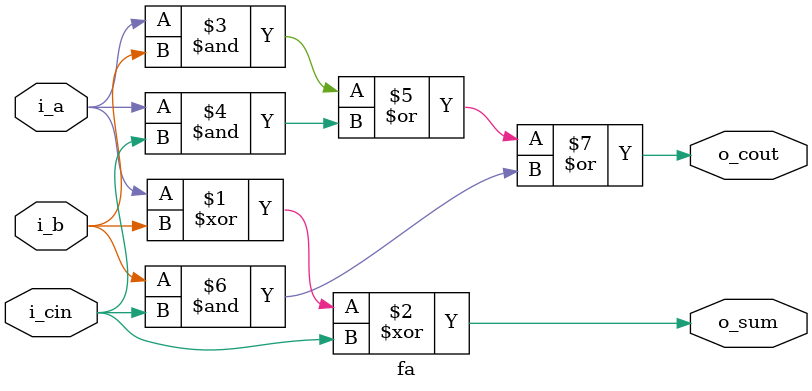
<source format=sv>
module fa
	(
		input i_a,
		input i_b,
		input i_cin,
		output o_sum,
		output o_cout
	);
	
		assign o_sum = i_a ^ i_b ^ i_cin;
		assign o_cout = (i_a & i_b) | (i_a & i_cin) | (i_b & i_cin);
		
endmodule
</source>
